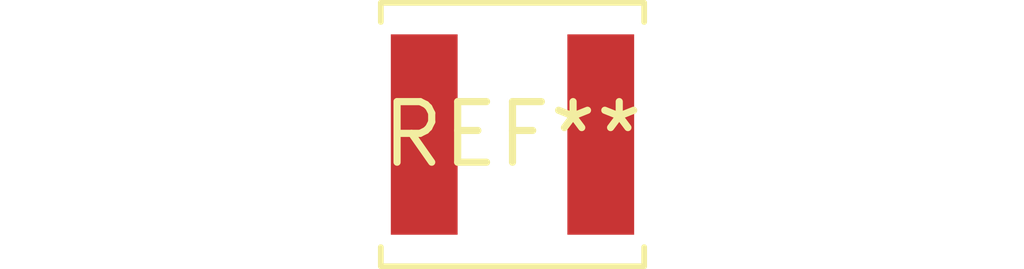
<source format=kicad_pcb>
(kicad_pcb (version 20240108) (generator pcbnew)
  (layers (0 "F.Cu" signal) (31 "B.Cu" signal) (34 "B.Paste" user) (35 "F.Paste" user) (36 "B.SilkS" user "B.Silkscreen") (37 "F.SilkS" user "F.Silkscreen") (38 "B.Mask" user) (39 "F.Mask" user) (44 "Edge.Cuts" user))
  (net 0 "")
  (footprint "L_Sunlord_SWPA5020S" (layer "F.Cu") (at 0 0)
    (property "Reference" "REF**")
    (property "Value" "L_Sunlord_SWPA5020S")
    (fp_line (start -2.76 -2.76) (end -2.76 -2.36) (layer "F.SilkS") (stroke (width 0.12)))
    (fp_line (start -2.76 -2.76) (end 2.76 -2.76) (layer "F.SilkS") (stroke (width 0.12)))
    (fp_line (start -2.76 2.76) (end -2.76 2.36) (layer "F.SilkS") (stroke (width 0.12)))
    (fp_line (start -2.76 2.76) (end 2.76 2.76) (layer "F.SilkS") (stroke (width 0.12)))
    (fp_line (start 2.76 -2.76) (end 2.76 -2.36) (layer "F.SilkS") (stroke (width 0.12)))
    (fp_line (start 2.76 2.76) (end 2.76 2.36) (layer "F.SilkS") (stroke (width 0.12)))
    (pad "1" smd rect (at -1.85 0) (size 1.4 4.2) (layers "F.Cu" "F.Paste" "F.Mask"))
    (pad "2" smd rect (at 1.85 0) (size 1.4 4.2) (layers "F.Cu" "F.Paste" "F.Mask"))
  )
)
</source>
